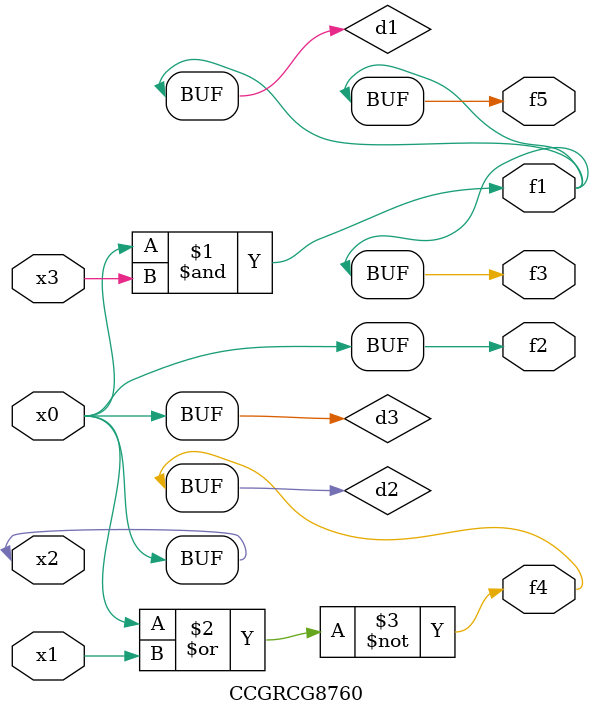
<source format=v>
module CCGRCG8760(
	input x0, x1, x2, x3,
	output f1, f2, f3, f4, f5
);

	wire d1, d2, d3;

	and (d1, x2, x3);
	nor (d2, x0, x1);
	buf (d3, x0, x2);
	assign f1 = d1;
	assign f2 = d3;
	assign f3 = d1;
	assign f4 = d2;
	assign f5 = d1;
endmodule

</source>
